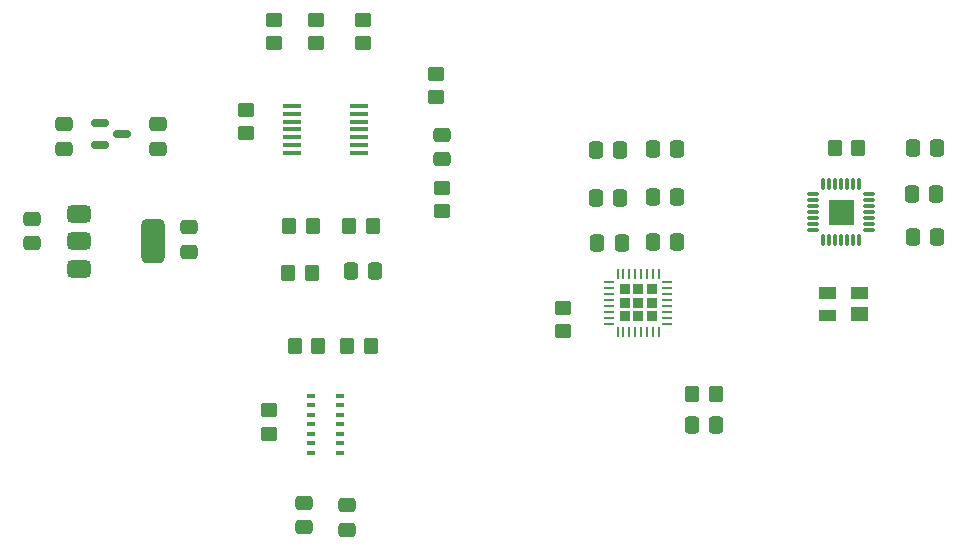
<source format=gbr>
%TF.GenerationSoftware,KiCad,Pcbnew,8.0.8*%
%TF.CreationDate,2025-04-07T15:17:30-05:00*%
%TF.ProjectId,finalproject,66696e61-6c70-4726-9f6a-6563742e6b69,rev?*%
%TF.SameCoordinates,Original*%
%TF.FileFunction,Paste,Top*%
%TF.FilePolarity,Positive*%
%FSLAX46Y46*%
G04 Gerber Fmt 4.6, Leading zero omitted, Abs format (unit mm)*
G04 Created by KiCad (PCBNEW 8.0.8) date 2025-04-07 15:17:30*
%MOMM*%
%LPD*%
G01*
G04 APERTURE LIST*
G04 Aperture macros list*
%AMRoundRect*
0 Rectangle with rounded corners*
0 $1 Rounding radius*
0 $2 $3 $4 $5 $6 $7 $8 $9 X,Y pos of 4 corners*
0 Add a 4 corners polygon primitive as box body*
4,1,4,$2,$3,$4,$5,$6,$7,$8,$9,$2,$3,0*
0 Add four circle primitives for the rounded corners*
1,1,$1+$1,$2,$3*
1,1,$1+$1,$4,$5*
1,1,$1+$1,$6,$7*
1,1,$1+$1,$8,$9*
0 Add four rect primitives between the rounded corners*
20,1,$1+$1,$2,$3,$4,$5,0*
20,1,$1+$1,$4,$5,$6,$7,0*
20,1,$1+$1,$6,$7,$8,$9,0*
20,1,$1+$1,$8,$9,$2,$3,0*%
G04 Aperture macros list end*
%ADD10C,0.010000*%
%ADD11RoundRect,0.250000X0.450000X-0.350000X0.450000X0.350000X-0.450000X0.350000X-0.450000X-0.350000X0*%
%ADD12RoundRect,0.250000X-0.450000X0.350000X-0.450000X-0.350000X0.450000X-0.350000X0.450000X0.350000X0*%
%ADD13RoundRect,0.375000X-0.625000X-0.375000X0.625000X-0.375000X0.625000X0.375000X-0.625000X0.375000X0*%
%ADD14RoundRect,0.500000X-0.500000X-1.400000X0.500000X-1.400000X0.500000X1.400000X-0.500000X1.400000X0*%
%ADD15RoundRect,0.250000X-0.350000X-0.450000X0.350000X-0.450000X0.350000X0.450000X-0.350000X0.450000X0*%
%ADD16RoundRect,0.250000X-0.337500X-0.475000X0.337500X-0.475000X0.337500X0.475000X-0.337500X0.475000X0*%
%ADD17RoundRect,0.250000X-0.475000X0.337500X-0.475000X-0.337500X0.475000X-0.337500X0.475000X0.337500X0*%
%ADD18RoundRect,0.032500X0.097500X-0.452500X0.097500X0.452500X-0.097500X0.452500X-0.097500X-0.452500X0*%
%ADD19RoundRect,0.032500X0.452500X-0.097500X0.452500X0.097500X-0.452500X0.097500X-0.452500X-0.097500X0*%
%ADD20RoundRect,0.250000X0.337500X0.475000X-0.337500X0.475000X-0.337500X-0.475000X0.337500X-0.475000X0*%
%ADD21RoundRect,0.250000X0.350000X0.450000X-0.350000X0.450000X-0.350000X-0.450000X0.350000X-0.450000X0*%
%ADD22RoundRect,0.150000X-0.587500X-0.150000X0.587500X-0.150000X0.587500X0.150000X-0.587500X0.150000X0*%
%ADD23RoundRect,0.087500X0.287500X0.087500X-0.287500X0.087500X-0.287500X-0.087500X0.287500X-0.087500X0*%
%ADD24RoundRect,0.250000X0.475000X-0.337500X0.475000X0.337500X-0.475000X0.337500X-0.475000X-0.337500X0*%
%ADD25RoundRect,0.232500X0.232500X0.232500X-0.232500X0.232500X-0.232500X-0.232500X0.232500X-0.232500X0*%
%ADD26RoundRect,0.062500X0.375000X0.062500X-0.375000X0.062500X-0.375000X-0.062500X0.375000X-0.062500X0*%
%ADD27RoundRect,0.062500X0.062500X0.375000X-0.062500X0.375000X-0.062500X-0.375000X0.062500X-0.375000X0*%
%ADD28R,1.570000X0.410000*%
G04 APERTURE END LIST*
D10*
%TO.C,UART-TO-USB1*%
X146820000Y-89817500D02*
X144820000Y-89817500D01*
X144820000Y-87817500D01*
X146820000Y-87817500D01*
X146820000Y-89817500D01*
G36*
X146820000Y-89817500D02*
G01*
X144820000Y-89817500D01*
X144820000Y-87817500D01*
X146820000Y-87817500D01*
X146820000Y-89817500D01*
G37*
%TO.C,U1*%
X145352367Y-98002500D02*
X143953000Y-98002500D01*
X143953000Y-97102996D01*
X145352367Y-97102996D01*
X145352367Y-98002500D01*
G36*
X145352367Y-98002500D02*
G01*
X143953000Y-98002500D01*
X143953000Y-97102996D01*
X145352367Y-97102996D01*
X145352367Y-98002500D01*
G37*
X145352851Y-96082500D02*
X143953000Y-96082500D01*
X143953000Y-95182180D01*
X145352851Y-95182180D01*
X145352851Y-96082500D01*
G36*
X145352851Y-96082500D02*
G01*
X143953000Y-96082500D01*
X143953000Y-95182180D01*
X145352851Y-95182180D01*
X145352851Y-96082500D01*
G37*
X148054310Y-96082500D02*
X146653000Y-96082500D01*
X146653000Y-95181600D01*
X148054310Y-95181600D01*
X148054310Y-96082500D01*
G36*
X148054310Y-96082500D02*
G01*
X146653000Y-96082500D01*
X146653000Y-95181600D01*
X148054310Y-95181600D01*
X148054310Y-96082500D01*
G37*
X148056500Y-98002500D02*
X146653000Y-98002500D01*
X146653000Y-96903029D01*
X148056500Y-96903029D01*
X148056500Y-98002500D01*
G36*
X148056500Y-98002500D02*
G01*
X146653000Y-98002500D01*
X146653000Y-96903029D01*
X148056500Y-96903029D01*
X148056500Y-98002500D01*
G37*
%TD*%
D11*
%TO.C,R4*%
X101409000Y-74533000D03*
X101409000Y-72533000D03*
%TD*%
D12*
%TO.C,R6*%
X97853000Y-72533000D03*
X97853000Y-74533000D03*
%TD*%
D13*
%TO.C,3.3V_1.8V1*%
X81294000Y-89013000D03*
X81294000Y-91313000D03*
D14*
X87594000Y-91313000D03*
D13*
X81294000Y-93613000D03*
%TD*%
D11*
%TO.C,R14*%
X97409000Y-107594000D03*
X97409000Y-105594000D03*
%TD*%
D15*
%TO.C,R2*%
X99568000Y-100203000D03*
X101568000Y-100203000D03*
%TD*%
D16*
%TO.C,C7*%
X125073500Y-87651500D03*
X127148500Y-87651500D03*
%TD*%
D12*
%TO.C,R16*%
X122301000Y-96938500D03*
X122301000Y-98938500D03*
%TD*%
D17*
%TO.C,C1*%
X104013000Y-113668500D03*
X104013000Y-115743500D03*
%TD*%
D18*
%TO.C,UART-TO-USB1*%
X144320000Y-91187500D03*
X144820000Y-91187500D03*
X145320000Y-91187500D03*
X145820000Y-91187500D03*
X146320000Y-91187500D03*
X146820000Y-91187500D03*
X147320000Y-91187500D03*
D19*
X148190000Y-90317500D03*
X148190000Y-89817500D03*
X148190000Y-89317500D03*
X148190000Y-88817500D03*
X148190000Y-88317500D03*
X148190000Y-87817500D03*
X148190000Y-87317500D03*
D18*
X147320000Y-86447500D03*
X146820000Y-86447500D03*
X146320000Y-86447500D03*
X145820000Y-86447500D03*
X145320000Y-86447500D03*
X144820000Y-86447500D03*
X144320000Y-86447500D03*
D19*
X143450000Y-87317500D03*
X143450000Y-87817500D03*
X143450000Y-88317500D03*
X143450000Y-88817500D03*
X143450000Y-89317500D03*
X143450000Y-89817500D03*
X143450000Y-90317500D03*
%TD*%
D20*
%TO.C,C3*%
X106383500Y-93853000D03*
X104308500Y-93853000D03*
%TD*%
D16*
%TO.C,C9*%
X151810500Y-87336500D03*
X153885500Y-87336500D03*
%TD*%
D21*
%TO.C,R10*%
X101123000Y-90043000D03*
X99123000Y-90043000D03*
%TD*%
D15*
%TO.C,R1*%
X104013000Y-100203000D03*
X106013000Y-100203000D03*
%TD*%
D11*
%TO.C,R12*%
X112077000Y-88757000D03*
X112077000Y-86757000D03*
%TD*%
D22*
%TO.C,5V_3.3V1*%
X83058000Y-81280000D03*
X83058000Y-83180000D03*
X84933000Y-82230000D03*
%TD*%
D23*
%TO.C,HEART1*%
X103378000Y-109207000D03*
X103378000Y-108407000D03*
X103378000Y-107607000D03*
X103378000Y-106807000D03*
X103378000Y-106007000D03*
X103378000Y-105207000D03*
X103378000Y-104407000D03*
X100978000Y-104407000D03*
X100978000Y-105207000D03*
X100978000Y-106007000D03*
X100978000Y-106807000D03*
X100978000Y-107607000D03*
X100978000Y-108407000D03*
X100978000Y-109207000D03*
%TD*%
D16*
%TO.C,C11*%
X125200500Y-91461500D03*
X127275500Y-91461500D03*
%TD*%
D12*
%TO.C,R5*%
X105346000Y-72533000D03*
X105346000Y-74533000D03*
%TD*%
D24*
%TO.C,C14*%
X80010000Y-83460500D03*
X80010000Y-81385500D03*
%TD*%
D17*
%TO.C,C15*%
X88011000Y-81385500D03*
X88011000Y-83460500D03*
%TD*%
D16*
%TO.C,C5*%
X125073500Y-83587500D03*
X127148500Y-83587500D03*
%TD*%
%TO.C,C18*%
X151892000Y-83399500D03*
X153967000Y-83399500D03*
%TD*%
D17*
%TO.C,C2*%
X100330000Y-113436000D03*
X100330000Y-115511000D03*
%TD*%
D16*
%TO.C,C12*%
X129899500Y-91334500D03*
X131974500Y-91334500D03*
%TD*%
D12*
%TO.C,R8*%
X111569000Y-77105000D03*
X111569000Y-79105000D03*
%TD*%
D25*
%TO.C,MCU1*%
X129821000Y-97667000D03*
X129821000Y-96517000D03*
X129821000Y-95367000D03*
X128671000Y-97667000D03*
X128671000Y-96517000D03*
X128671000Y-95367000D03*
X127521000Y-97667000D03*
X127521000Y-96517000D03*
X127521000Y-95367000D03*
D26*
X131108500Y-98267000D03*
X131108500Y-97767000D03*
X131108500Y-97267000D03*
X131108500Y-96767000D03*
X131108500Y-96267000D03*
X131108500Y-95767000D03*
X131108500Y-95267000D03*
X131108500Y-94767000D03*
D27*
X130421000Y-94079500D03*
X129921000Y-94079500D03*
X129421000Y-94079500D03*
X128921000Y-94079500D03*
X128421000Y-94079500D03*
X127921000Y-94079500D03*
X127421000Y-94079500D03*
X126921000Y-94079500D03*
D26*
X126233500Y-94767000D03*
X126233500Y-95267000D03*
X126233500Y-95767000D03*
X126233500Y-96267000D03*
X126233500Y-96767000D03*
X126233500Y-97267000D03*
X126233500Y-97767000D03*
X126233500Y-98267000D03*
D27*
X126921000Y-98954500D03*
X127421000Y-98954500D03*
X127921000Y-98954500D03*
X128421000Y-98954500D03*
X128921000Y-98954500D03*
X129421000Y-98954500D03*
X129921000Y-98954500D03*
X130421000Y-98954500D03*
%TD*%
D20*
%TO.C,C13*%
X135276500Y-106876500D03*
X133201500Y-106876500D03*
%TD*%
D16*
%TO.C,C8*%
X151892000Y-90959500D03*
X153967000Y-90959500D03*
%TD*%
D20*
%TO.C,C6*%
X131974500Y-83460500D03*
X129899500Y-83460500D03*
%TD*%
D21*
%TO.C,R15*%
X147304000Y-83399500D03*
X145304000Y-83399500D03*
%TD*%
%TO.C,R3*%
X106219000Y-90043000D03*
X104219000Y-90043000D03*
%TD*%
D16*
%TO.C,C10*%
X129899500Y-87524500D03*
X131974500Y-87524500D03*
%TD*%
D17*
%TO.C,C17*%
X90642000Y-90127000D03*
X90642000Y-92202000D03*
%TD*%
D24*
%TO.C,C4*%
X112077000Y-84349500D03*
X112077000Y-82274500D03*
%TD*%
D12*
%TO.C,R9*%
X95440000Y-82153000D03*
X95440000Y-80153000D03*
%TD*%
D15*
%TO.C,R13*%
X133239000Y-104268500D03*
X135239000Y-104268500D03*
%TD*%
D24*
%TO.C,C16*%
X77307000Y-91483000D03*
X77307000Y-89408000D03*
%TD*%
D21*
%TO.C,R11*%
X101012000Y-93980000D03*
X99012000Y-93980000D03*
%TD*%
D28*
%TO.C,U2*%
X99320000Y-83789000D03*
X99320000Y-83139000D03*
X99320000Y-82489000D03*
X99320000Y-81839000D03*
X99320000Y-81189000D03*
X99320000Y-80539000D03*
X99320000Y-79889000D03*
X105060000Y-79889000D03*
X105060000Y-80539000D03*
X105060000Y-81189000D03*
X105060000Y-81839000D03*
X105060000Y-82489000D03*
X105060000Y-83139000D03*
X105060000Y-83789000D03*
%TD*%
M02*

</source>
